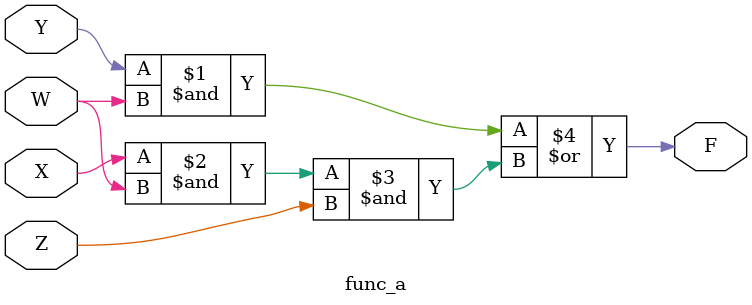
<source format=v>

module func_a (
  input X, Y, W, Z,
  output F
);

  assign F = (Y & W) | (X & W & Z);

endmodule
</source>
